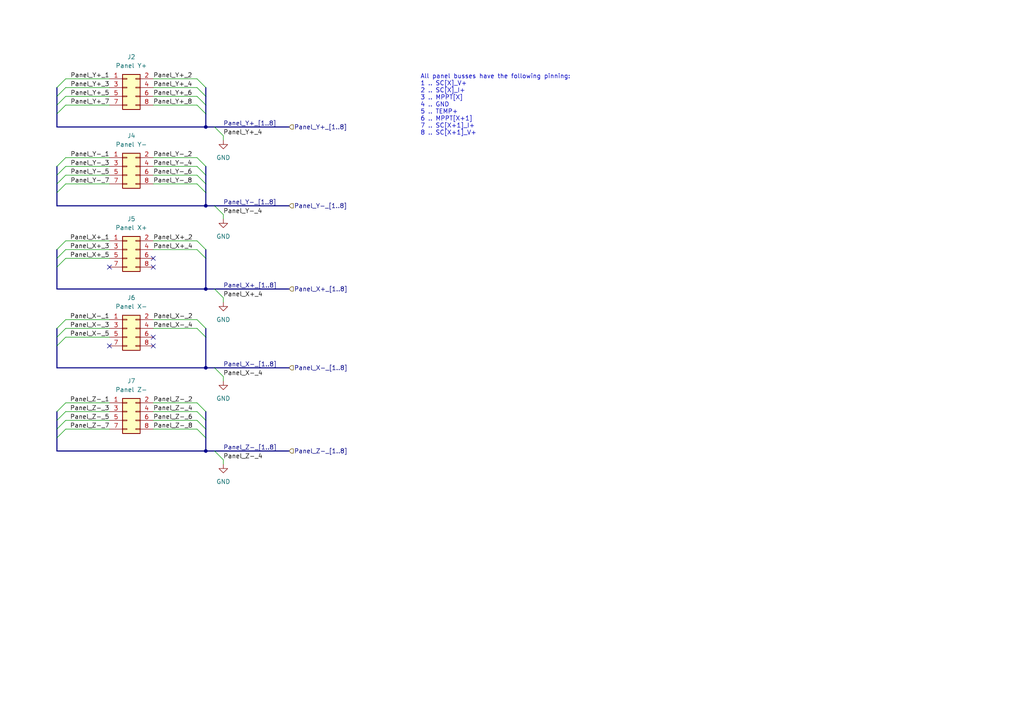
<source format=kicad_sch>
(kicad_sch (version 20231120) (generator "eeschema") (generator_version "8.0")
  (paper "A4")
  (lib_symbols
    (symbol "Connector_Generic:Conn_02x04_Odd_Even" (pin_names (offset 1.016) hide)
      (property "Reference" "J" (at 1.27 5.08 0))
      (property "Value" "Conn_02x04_Odd_Even" (at 1.27 -7.62 0))
      (symbol "Conn_02x04_Odd_Even_1_1"
        (rectangle (start -1.27 -4.953) (end 0 -5.207) (stroke (width 0.1524)))
        (rectangle (start -1.27 -2.413) (end 0 -2.667) (stroke (width 0.1524)))
        (rectangle (start -1.27 0.127) (end 0 -0.127) (stroke (width 0.1524)))
        (rectangle (start -1.27 2.667) (end 0 2.413) (stroke (width 0.1524)))
        (rectangle (start -1.27 3.81) (end 3.81 -6.35) (stroke (width 0.254)) (fill (type background)))
        (rectangle (start 3.81 -4.953) (end 2.54 -5.207) (stroke (width 0.1524)))
        (rectangle (start 3.81 -2.413) (end 2.54 -2.667) (stroke (width 0.1524)))
        (rectangle (start 3.81 0.127) (end 2.54 -0.127) (stroke (width 0.1524)))
        (rectangle (start 3.81 2.667) (end 2.54 2.413) (stroke (width 0.1524)))
        (pin passive line (at -5.08 2.54 0) (length 3.81) (name "Pin_1") (number "1"))
        (pin passive line (at 7.62 2.54 180) (length 3.81) (name "Pin_2") (number "2"))
        (pin passive line (at -5.08 0 0) (length 3.81) (name "Pin_3") (number "3"))
        (pin passive line (at 7.62 0 180) (length 3.81) (name "Pin_4") (number "4"))
        (pin passive line (at -5.08 -2.54 0) (length 3.81) (name "Pin_5") (number "5"))
        (pin passive line (at 7.62 -2.54 180) (length 3.81) (name "Pin_6") (number "6"))
        (pin passive line (at -5.08 -5.08 0) (length 3.81) (name "Pin_7") (number "7"))
        (pin passive line (at 7.62 -5.08 180) (length 3.81) (name "Pin_8") (number "8"))
      )
    )
    (symbol "power:GND" (power) (pin_names (offset 0))
      (property "Value" "GND" (at 0 -3.81 0))
      (symbol "GND_0_1"
        (polyline (pts (xy 0 0) (xy 0 -1.27) (xy 1.27 -1.27) (xy 0 -2.54) (xy -1.27 -1.27) (xy 0 -1.27)))
      )
      (symbol "GND_1_1"
        (pin power_in line (at 0 0 270) (length 0) hide (name "GND") (number "1"))
      )
    )
  )
  (junction (at 59.69 83.82))
  (junction (at 59.69 106.68))
  (junction (at 59.69 36.83))
  (junction (at 59.69 59.69))
  (junction (at 59.69 130.81))
  (no_connect (at 31.75 100.33))
  (no_connect (at 44.45 100.33))
  (no_connect (at 44.45 97.79))
  (no_connect (at 44.45 74.93))
  (no_connect (at 44.45 77.47))
  (no_connect (at 31.75 77.47))
  (bus_entry (at 19.05 119.38) (size -2.54 2.54))
  (bus_entry (at 57.15 121.92) (size 2.54 2.54))
  (bus_entry (at 57.15 45.72) (size 2.54 2.54))
  (bus_entry (at 57.15 22.86) (size 2.54 2.54))
  (bus_entry (at 57.15 27.94) (size 2.54 2.54))
  (bus_entry (at 57.15 30.48) (size 2.54 2.54))
  (bus_entry (at 57.15 25.4) (size 2.54 2.54))
  (bus_entry (at 19.05 30.48) (size -2.54 2.54))
  (bus_entry (at 19.05 25.4) (size -2.54 2.54))
  (bus_entry (at 19.05 27.94) (size -2.54 2.54))
  (bus_entry (at 19.05 22.86) (size -2.54 2.54))
  (bus_entry (at 19.05 116.84) (size -2.54 2.54))
  (bus_entry (at 57.15 50.8) (size 2.54 2.54))
  (bus_entry (at 57.15 72.39) (size 2.54 2.54))
  (bus_entry (at 62.23 36.83) (size 2.54 2.54))
  (bus_entry (at 62.23 59.69) (size 2.54 2.54))
  (bus_entry (at 62.23 83.82) (size 2.54 2.54))
  (bus_entry (at 62.23 130.81) (size 2.54 2.54))
  (bus_entry (at 62.23 106.68) (size 2.54 2.54))
  (bus_entry (at 19.05 72.39) (size -2.54 2.54))
  (bus_entry (at 57.15 48.26) (size 2.54 2.54))
  (bus_entry (at 57.15 92.71) (size 2.54 2.54))
  (bus_entry (at 57.15 116.84) (size 2.54 2.54))
  (bus_entry (at 57.15 119.38) (size 2.54 2.54))
  (bus_entry (at 19.05 50.8) (size -2.54 2.54))
  (bus_entry (at 19.05 45.72) (size -2.54 2.54))
  (bus_entry (at 19.05 48.26) (size -2.54 2.54))
  (bus_entry (at 19.05 95.25) (size -2.54 2.54))
  (bus_entry (at 57.15 124.46) (size 2.54 2.54))
  (bus_entry (at 19.05 74.93) (size -2.54 2.54))
  (bus_entry (at 19.05 121.92) (size -2.54 2.54))
  (bus_entry (at 19.05 92.71) (size -2.54 2.54))
  (bus_entry (at 57.15 95.25) (size 2.54 2.54))
  (bus_entry (at 57.15 53.34) (size 2.54 2.54))
  (bus_entry (at 19.05 69.85) (size -2.54 2.54))
  (bus_entry (at 57.15 69.85) (size 2.54 2.54))
  (bus_entry (at 19.05 124.46) (size -2.54 2.54))
  (bus_entry (at 19.05 97.79) (size -2.54 2.54))
  (bus_entry (at 19.05 53.34) (size -2.54 2.54))
  (wire (pts (xy 19.05 119.38) (xy 31.75 119.38)))
  (bus (pts (xy 59.69 36.83) (xy 62.23 36.83)))
  (bus (pts (xy 59.69 53.34) (xy 59.69 55.88)))
  (bus (pts (xy 16.51 130.81) (xy 59.69 130.81)))
  (wire (pts (xy 19.05 95.25) (xy 31.75 95.25)))
  (wire (pts (xy 44.45 95.25) (xy 57.15 95.25)))
  (bus (pts (xy 16.51 36.83) (xy 59.69 36.83)))
  (bus (pts (xy 16.51 25.4) (xy 16.51 27.94)))
  (wire (pts (xy 44.45 53.34) (xy 57.15 53.34)))
  (wire (pts (xy 44.45 92.71) (xy 57.15 92.71)))
  (bus (pts (xy 62.23 83.82) (xy 83.82 83.82)))
  (bus (pts (xy 59.69 72.39) (xy 59.69 74.93)))
  (bus (pts (xy 16.51 30.48) (xy 16.51 33.02)))
  (bus (pts (xy 59.69 119.38) (xy 59.69 121.92)))
  (wire (pts (xy 19.05 97.79) (xy 31.75 97.79)))
  (bus (pts (xy 16.51 77.47) (xy 16.51 83.82)))
  (wire (pts (xy 44.45 30.48) (xy 57.15 30.48)))
  (wire (pts (xy 19.05 72.39) (xy 31.75 72.39)))
  (wire (pts (xy 44.45 121.92) (xy 57.15 121.92)))
  (bus (pts (xy 16.51 27.94) (xy 16.51 30.48)))
  (wire (pts (xy 19.05 30.48) (xy 31.75 30.48)))
  (wire (pts (xy 44.45 27.94) (xy 57.15 27.94)))
  (wire (pts (xy 44.45 25.4) (xy 57.15 25.4)))
  (bus (pts (xy 62.23 36.83) (xy 83.82 36.83)))
  (bus (pts (xy 16.51 59.69) (xy 59.69 59.69)))
  (bus (pts (xy 16.51 100.33) (xy 16.51 106.68)))
  (bus (pts (xy 59.69 121.92) (xy 59.69 124.46)))
  (bus (pts (xy 16.51 55.88) (xy 16.51 59.69)))
  (bus (pts (xy 59.69 59.69) (xy 62.23 59.69)))
  (wire (pts (xy 44.45 124.46) (xy 57.15 124.46)))
  (bus (pts (xy 59.69 33.02) (xy 59.69 36.83)))
  (bus (pts (xy 59.69 30.48) (xy 59.69 33.02)))
  (bus (pts (xy 59.69 127) (xy 59.69 130.81)))
  (bus (pts (xy 16.51 48.26) (xy 16.51 50.8)))
  (bus (pts (xy 62.23 106.68) (xy 83.82 106.68)))
  (wire (pts (xy 44.45 72.39) (xy 57.15 72.39)))
  (wire (pts (xy 19.05 53.34) (xy 31.75 53.34)))
  (bus (pts (xy 59.69 130.81) (xy 62.23 130.81)))
  (bus (pts (xy 62.23 130.81) (xy 83.82 130.81)))
  (bus (pts (xy 59.69 50.8) (xy 59.69 53.34)))
  (bus (pts (xy 59.69 55.88) (xy 59.69 59.69)))
  (bus (pts (xy 59.69 83.82) (xy 62.23 83.82)))
  (bus (pts (xy 59.69 74.93) (xy 59.69 83.82)))
  (bus (pts (xy 16.51 127) (xy 16.51 130.81)))
  (bus (pts (xy 16.51 119.38) (xy 16.51 121.92)))
  (bus (pts (xy 62.23 59.69) (xy 83.82 59.69)))
  (bus (pts (xy 59.69 106.68) (xy 62.23 106.68)))
  (bus (pts (xy 16.51 121.92) (xy 16.51 124.46)))
  (wire (pts (xy 19.05 92.71) (xy 31.75 92.71)))
  (wire (pts (xy 64.77 133.35) (xy 64.77 134.62)))
  (bus (pts (xy 59.69 25.4) (xy 59.69 27.94)))
  (bus (pts (xy 16.51 33.02) (xy 16.51 36.83)))
  (wire (pts (xy 19.05 74.93) (xy 31.75 74.93)))
  (wire (pts (xy 19.05 22.86) (xy 31.75 22.86)))
  (wire (pts (xy 19.05 48.26) (xy 31.75 48.26)))
  (wire (pts (xy 19.05 50.8) (xy 31.75 50.8)))
  (bus (pts (xy 16.51 74.93) (xy 16.51 77.47)))
  (wire (pts (xy 44.45 22.86) (xy 57.15 22.86)))
  (wire (pts (xy 64.77 39.37) (xy 64.77 40.64)))
  (wire (pts (xy 19.05 116.84) (xy 31.75 116.84)))
  (bus (pts (xy 16.51 124.46) (xy 16.51 127)))
  (wire (pts (xy 44.45 69.85) (xy 57.15 69.85)))
  (wire (pts (xy 44.45 50.8) (xy 57.15 50.8)))
  (wire (pts (xy 44.45 119.38) (xy 57.15 119.38)))
  (wire (pts (xy 19.05 45.72) (xy 31.75 45.72)))
  (wire (pts (xy 19.05 121.92) (xy 31.75 121.92)))
  (wire (pts (xy 19.05 69.85) (xy 31.75 69.85)))
  (bus (pts (xy 16.51 72.39) (xy 16.51 74.93)))
  (bus (pts (xy 16.51 97.79) (xy 16.51 100.33)))
  (bus (pts (xy 16.51 83.82) (xy 59.69 83.82)))
  (wire (pts (xy 44.45 48.26) (xy 57.15 48.26)))
  (wire (pts (xy 64.77 62.23) (xy 64.77 63.5)))
  (wire (pts (xy 19.05 27.94) (xy 31.75 27.94)))
  (bus (pts (xy 16.51 95.25) (xy 16.51 97.79)))
  (wire (pts (xy 64.77 86.36) (xy 64.77 87.63)))
  (bus (pts (xy 59.69 95.25) (xy 59.69 97.79)))
  (bus (pts (xy 59.69 97.79) (xy 59.69 106.68)))
  (wire (pts (xy 19.05 25.4) (xy 31.75 25.4)))
  (wire (pts (xy 64.77 109.22) (xy 64.77 110.49)))
  (wire (pts (xy 19.05 124.46) (xy 31.75 124.46)))
  (wire (pts (xy 44.45 116.84) (xy 57.15 116.84)))
  (bus (pts (xy 16.51 50.8) (xy 16.51 53.34)))
  (bus (pts (xy 16.51 53.34) (xy 16.51 55.88)))
  (bus (pts (xy 59.69 124.46) (xy 59.69 127)))
  (bus (pts (xy 16.51 106.68) (xy 59.69 106.68)))
  (bus (pts (xy 59.69 48.26) (xy 59.69 50.8)))
  (wire (pts (xy 44.45 45.72) (xy 57.15 45.72)))
  (bus (pts (xy 59.69 27.94) (xy 59.69 30.48)))
  (text "All panel busses have the following pinning: \n1 .. SC[X]_V+\n2 .. SC[X]_I+\n3 .. MPPT[X]\n4 .. GND\n5 .. TEMP+\n6 .. MPPT[X+1]\n7 .. SC[X+1]_I+\n8 .. SC[X+1]_V+" (at 121.92 39.37 0) (effects (font (size 1.27 1.27)) (justify left bottom)))
  (label "Panel_Z-_5" (at 31.75 121.92 180))
  (label "Panel_Z-_[1..8]" (at 64.77 130.81 0))
  (label "Panel_X+_1" (at 31.75 69.85 180))
  (label "Panel_Y-_8" (at 44.45 53.34 0))
  (label "Panel_Y+_4" (at 64.77 39.37 0))
  (label "Panel_X-_2" (at 44.45 92.71 0))
  (label "Panel_Z-_1" (at 31.75 116.84 180))
  (label "Panel_X+_4" (at 64.77 86.36 0))
  (label "Panel_Y-_3" (at 31.75 48.26 180))
  (label "Panel_X-_4" (at 44.45 95.25 0))
  (label "Panel_Z-_4" (at 64.77 133.35 0))
  (label "Panel_Y-_7" (at 31.75 53.34 180))
  (label "Panel_X+_5" (at 31.75 74.93 180))
  (label "Panel_Y+_3" (at 31.75 25.4 180))
  (label "Panel_X-_4" (at 64.77 109.22 0))
  (label "Panel_Y-_2" (at 44.45 45.72 0))
  (label "Panel_Y-_4" (at 64.77 62.23 0))
  (label "Panel_Y+_6" (at 44.45 27.94 0))
  (label "Panel_Y-_1" (at 31.75 45.72 180))
  (label "Panel_Y+_4" (at 44.45 25.4 0))
  (label "Panel_Y-_[1..8]" (at 64.77 59.69 0))
  (label "Panel_Y+_1" (at 31.75 22.86 180))
  (label "Panel_Z-_6" (at 44.45 121.92 0))
  (label "Panel_Y-_6" (at 44.45 50.8 0))
  (label "Panel_X-_[1..8]" (at 64.77 106.68 0))
  (label "Panel_X+_[1..8]" (at 64.77 83.82 0))
  (label "Panel_X-_3" (at 31.75 95.25 180))
  (label "Panel_Z-_7" (at 31.75 124.46 180))
  (label "Panel_Z-_2" (at 44.45 116.84 0))
  (label "Panel_X+_3" (at 31.75 72.39 180))
  (label "Panel_Z-_4" (at 44.45 119.38 0))
  (label "Panel_Y+_[1..8]" (at 64.77 36.83 0))
  (label "Panel_Y+_2" (at 44.45 22.86 0))
  (label "Panel_Y-_5" (at 31.75 50.8 180))
  (label "Panel_Y+_8" (at 44.45 30.48 0))
  (label "Panel_X+_4" (at 44.45 72.39 0))
  (label "Panel_Z-_8" (at 44.45 124.46 0))
  (label "Panel_X-_5" (at 31.75 97.79 180))
  (label "Panel_Y+_5" (at 31.75 27.94 180))
  (label "Panel_Y+_7" (at 31.75 30.48 180))
  (label "Panel_Z-_3" (at 31.75 119.38 180))
  (label "Panel_X-_1" (at 31.75 92.71 180))
  (label "Panel_Y-_4" (at 44.45 48.26 0))
  (label "Panel_X+_2" (at 44.45 69.85 0))
  (hierarchical_label "Panel_Y-_[1..8]" (shape input) (at 83.82 59.69 0))
  (hierarchical_label "Panel_X+_[1..8]" (shape input) (at 83.82 83.82 0))
  (hierarchical_label "Panel_Z-_[1..8]" (shape input) (at 83.82 130.81 0))
  (hierarchical_label "Panel_X-_[1..8]" (shape input) (at 83.82 106.68 0))
  (hierarchical_label "Panel_Y+_[1..8]" (shape input) (at 83.82 36.83 0))
  (symbol (lib_id "Connector_Generic:Conn_02x04_Odd_Even") (at 36.83 119.38 0) (unit 1)
    (property "Reference" "J7" (at 38.1 110.49 0))
    (property "Value" "Panel Z-" (at 38.1 113.03 0))
    (property "Footprint" "STS_Connector:SAMTEC_ZF5S-08-03-T-WT" (effects (hide yes)))
  )
  (symbol (lib_id "power:GND") (at 64.77 40.64 0) (unit 1)
    (property "Reference" "#PWR039" (effects (hide yes)))
    (property "Value" "GND" (at 64.77 45.72 0))
  )
  (symbol (lib_id "power:GND") (at 64.77 110.49 0) (unit 1)
    (property "Reference" "#PWR042" (effects (hide yes)))
    (property "Value" "GND" (at 64.77 115.57 0))
  )
  (symbol (lib_id "power:GND") (at 64.77 63.5 0) (unit 1)
    (property "Reference" "#PWR040" (effects (hide yes)))
    (property "Value" "GND" (at 64.77 68.58 0))
  )
  (symbol (lib_id "Connector_Generic:Conn_02x04_Odd_Even") (at 36.83 48.26 0) (unit 1)
    (property "Reference" "J4" (at 38.1 39.37 0))
    (property "Value" "Panel Y-" (at 38.1 41.91 0))
    (property "Footprint" "STS_Connector:SAMTEC_ZF5S-08-03-T-WT" (effects (hide yes)))
  )
  (symbol (lib_id "power:GND") (at 64.77 87.63 0) (unit 1)
    (property "Reference" "#PWR041" (effects (hide yes)))
    (property "Value" "GND" (at 64.77 92.71 0))
  )
  (symbol (lib_id "Connector_Generic:Conn_02x04_Odd_Even") (at 36.83 25.4 0) (unit 1)
    (property "Reference" "J2" (at 38.1 16.51 0))
    (property "Value" "Panel Y+" (at 38.1 19.05 0))
    (property "Footprint" "STS_Connector:SAMTEC_ZF5S-08-03-T-WT" (effects (hide yes)))
  )
  (symbol (lib_id "Connector_Generic:Conn_02x04_Odd_Even") (at 36.83 72.39 0) (unit 1)
    (property "Reference" "J5" (at 38.1 63.5 0))
    (property "Value" "Panel X+" (at 38.1 66.04 0))
    (property "Footprint" "STS_Connector:SAMTEC_ZF5S-08-03-T-WT" (effects (hide yes)))
  )
  (symbol (lib_id "Connector_Generic:Conn_02x04_Odd_Even") (at 36.83 95.25 0) (unit 1)
    (property "Reference" "J6" (at 38.1 86.36 0))
    (property "Value" "Panel X-" (at 38.1 88.9 0))
    (property "Footprint" "STS_Connector:SAMTEC_ZF5S-08-03-T-WT" (effects (hide yes)))
  )
  (symbol (lib_id "power:GND") (at 64.77 134.62 0) (unit 1)
    (property "Reference" "#PWR043" (effects (hide yes)))
    (property "Value" "GND" (at 64.77 139.7 0))
  )
)
</source>
